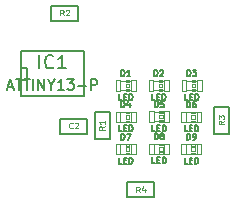
<source format=gto>
G04 ( created by brdgerber.py ( brdgerber.py v0.1 2014-03-12 ) ) date 2015-07-07 22:24:23 EDT*
G04 Gerber Fmt 3.4, Leading zero omitted, Abs format*
%MOIN*%
%FSLAX34Y34*%
G01*
G70*
G90*
G04 APERTURE LIST*
%ADD17C,0.0026*%
%ADD19R,0.0250X0.0450*%
%ADD12C,0.0052*%
%ADD11R,0.1259X0.1259*%
%ADD21R,0.0236X0.0551*%
%ADD22C,0.0060*%
%ADD25C,0.0472*%
%ADD10R,0.1535X0.1535*%
%ADD13C,0.0050*%
%ADD14R,0.0450X0.0250*%
%ADD20C,0.0200*%
%ADD16R,0.0314X0.0314*%
%ADD24C,0.0100*%
%ADD15C,0.0045*%
%ADD23C,0.0080*%
%ADD18C,0.0040*%
G04 APERTURE END LIST*
G54D17*
D13*
G01X05020Y10320D02*
G01X05020Y11220D01*
D13*
G01X05020Y11220D02*
G01X05520Y11220D01*
D13*
G01X05520Y11220D02*
G01X05520Y10320D01*
D13*
G01X05520Y10320D02*
G01X05020Y10320D01*
D15*
G01X05343Y10737D02*
G01X05257Y10670D01*
D15*
G01X05343Y10622D02*
G01X05163Y10622D01*
G01X05163Y10699D01*
G01X05171Y10718D01*
G01X05180Y10727D01*
G01X05197Y10737D01*
G01X05223Y10737D01*
G01X05240Y10727D01*
G01X05249Y10718D01*
G01X05257Y10699D01*
G01X05257Y10622D01*
D15*
G01X05343Y10927D02*
G01X05343Y10813D01*
D15*
G01X05343Y10870D02*
G01X05163Y10870D01*
G01X05189Y10851D01*
G01X05206Y10832D01*
G01X05214Y10813D01*
D17*
G01X06227Y12277D02*
G01X06227Y11923D01*
D17*
G01X06227Y11923D02*
G01X06384Y11923D01*
D17*
G01X06384Y12277D02*
G01X06384Y11923D01*
D17*
G01X06227Y12277D02*
G01X06384Y12277D01*
D17*
G01X05716Y12277D02*
G01X05716Y11923D01*
D17*
G01X05716Y11923D02*
G01X05873Y11923D01*
D17*
G01X05873Y12277D02*
G01X05873Y11923D01*
D17*
G01X05716Y12277D02*
G01X05873Y12277D01*
D17*
G01X06050Y12277D02*
G01X06050Y12218D01*
D17*
G01X06050Y12218D02*
G01X06168Y12218D01*
D17*
G01X06168Y12277D02*
G01X06168Y12218D01*
D17*
G01X06050Y12277D02*
G01X06168Y12277D01*
D17*
G01X06050Y11982D02*
G01X06050Y11923D01*
D17*
G01X06050Y11923D02*
G01X06168Y11923D01*
D17*
G01X06168Y11982D02*
G01X06168Y11923D01*
D17*
G01X06050Y11982D02*
G01X06168Y11982D01*
D17*
G01X06050Y12159D02*
G01X06050Y12041D01*
D17*
G01X06050Y12041D02*
G01X06168Y12041D01*
D17*
G01X06168Y12159D02*
G01X06168Y12041D01*
D17*
G01X06050Y12159D02*
G01X06168Y12159D01*
D18*
G01X06227Y12257D02*
G01X05873Y12257D01*
D18*
G01X06227Y11943D02*
G01X05873Y11943D01*
D13*
G01X05902Y12419D02*
G01X05902Y12619D01*
G01X05950Y12619D01*
G01X05979Y12610D01*
G01X05998Y12590D01*
G01X06007Y12571D01*
G01X06017Y12533D01*
G01X06017Y12505D01*
G01X06007Y12467D01*
G01X05998Y12448D01*
G01X05979Y12429D01*
G01X05950Y12419D01*
G01X05902Y12419D01*
D13*
G01X06207Y12419D02*
G01X06093Y12419D01*
D13*
G01X06150Y12419D02*
G01X06150Y12619D01*
G01X06131Y12590D01*
G01X06112Y12571D01*
G01X06093Y12562D01*
D13*
G01X05921Y11619D02*
G01X05826Y11619D01*
G01X05826Y11819D01*
D13*
G01X05988Y11724D02*
G01X06055Y11724D01*
D13*
G01X06083Y11619D02*
G01X05988Y11619D01*
G01X05988Y11819D01*
G01X06083Y11819D01*
D13*
G01X06169Y11619D02*
G01X06169Y11819D01*
G01X06217Y11819D01*
G01X06245Y11810D01*
G01X06264Y11790D01*
G01X06274Y11771D01*
G01X06283Y11733D01*
G01X06283Y11705D01*
G01X06274Y11667D01*
G01X06264Y11648D01*
G01X06245Y11629D01*
G01X06217Y11619D01*
G01X06169Y11619D01*
D17*
G01X07327Y12277D02*
G01X07327Y11923D01*
D17*
G01X07327Y11923D02*
G01X07484Y11923D01*
D17*
G01X07484Y12277D02*
G01X07484Y11923D01*
D17*
G01X07327Y12277D02*
G01X07484Y12277D01*
D17*
G01X06816Y12277D02*
G01X06816Y11923D01*
D17*
G01X06816Y11923D02*
G01X06973Y11923D01*
D17*
G01X06973Y12277D02*
G01X06973Y11923D01*
D17*
G01X06816Y12277D02*
G01X06973Y12277D01*
D17*
G01X07150Y12277D02*
G01X07150Y12218D01*
D17*
G01X07150Y12218D02*
G01X07268Y12218D01*
D17*
G01X07268Y12277D02*
G01X07268Y12218D01*
D17*
G01X07150Y12277D02*
G01X07268Y12277D01*
D17*
G01X07150Y11982D02*
G01X07150Y11923D01*
D17*
G01X07150Y11923D02*
G01X07268Y11923D01*
D17*
G01X07268Y11982D02*
G01X07268Y11923D01*
D17*
G01X07150Y11982D02*
G01X07268Y11982D01*
D17*
G01X07150Y12159D02*
G01X07150Y12041D01*
D17*
G01X07150Y12041D02*
G01X07268Y12041D01*
D17*
G01X07268Y12159D02*
G01X07268Y12041D01*
D17*
G01X07150Y12159D02*
G01X07268Y12159D01*
D18*
G01X07327Y12257D02*
G01X06973Y12257D01*
D18*
G01X07327Y11943D02*
G01X06973Y11943D01*
D13*
G01X07002Y12419D02*
G01X07002Y12619D01*
G01X07050Y12619D01*
G01X07079Y12610D01*
G01X07098Y12590D01*
G01X07107Y12571D01*
G01X07117Y12533D01*
G01X07117Y12505D01*
G01X07107Y12467D01*
G01X07098Y12448D01*
G01X07079Y12429D01*
G01X07050Y12419D01*
G01X07002Y12419D01*
D13*
G01X07193Y12600D02*
G01X07202Y12610D01*
G01X07221Y12619D01*
G01X07269Y12619D01*
G01X07288Y12610D01*
G01X07298Y12600D01*
G01X07307Y12581D01*
G01X07307Y12562D01*
G01X07298Y12533D01*
G01X07183Y12419D01*
G01X07307Y12419D01*
D13*
G01X07021Y11619D02*
G01X06926Y11619D01*
G01X06926Y11819D01*
D13*
G01X07088Y11724D02*
G01X07155Y11724D01*
D13*
G01X07183Y11619D02*
G01X07088Y11619D01*
G01X07088Y11819D01*
G01X07183Y11819D01*
D13*
G01X07269Y11619D02*
G01X07269Y11819D01*
G01X07317Y11819D01*
G01X07345Y11810D01*
G01X07364Y11790D01*
G01X07374Y11771D01*
G01X07383Y11733D01*
G01X07383Y11705D01*
G01X07374Y11667D01*
G01X07364Y11648D01*
G01X07345Y11629D01*
G01X07317Y11619D01*
G01X07269Y11619D01*
D17*
G01X08427Y12277D02*
G01X08427Y11923D01*
D17*
G01X08427Y11923D02*
G01X08584Y11923D01*
D17*
G01X08584Y12277D02*
G01X08584Y11923D01*
D17*
G01X08427Y12277D02*
G01X08584Y12277D01*
D17*
G01X07916Y12277D02*
G01X07916Y11923D01*
D17*
G01X07916Y11923D02*
G01X08073Y11923D01*
D17*
G01X08073Y12277D02*
G01X08073Y11923D01*
D17*
G01X07916Y12277D02*
G01X08073Y12277D01*
D17*
G01X08250Y12277D02*
G01X08250Y12218D01*
D17*
G01X08250Y12218D02*
G01X08368Y12218D01*
D17*
G01X08368Y12277D02*
G01X08368Y12218D01*
D17*
G01X08250Y12277D02*
G01X08368Y12277D01*
D17*
G01X08250Y11982D02*
G01X08250Y11923D01*
D17*
G01X08250Y11923D02*
G01X08368Y11923D01*
D17*
G01X08368Y11982D02*
G01X08368Y11923D01*
D17*
G01X08250Y11982D02*
G01X08368Y11982D01*
D17*
G01X08250Y12159D02*
G01X08250Y12041D01*
D17*
G01X08250Y12041D02*
G01X08368Y12041D01*
D17*
G01X08368Y12159D02*
G01X08368Y12041D01*
D17*
G01X08250Y12159D02*
G01X08368Y12159D01*
D18*
G01X08427Y12257D02*
G01X08073Y12257D01*
D18*
G01X08427Y11943D02*
G01X08073Y11943D01*
D13*
G01X08102Y12419D02*
G01X08102Y12619D01*
G01X08150Y12619D01*
G01X08179Y12610D01*
G01X08198Y12590D01*
G01X08207Y12571D01*
G01X08217Y12533D01*
G01X08217Y12505D01*
G01X08207Y12467D01*
G01X08198Y12448D01*
G01X08179Y12429D01*
G01X08150Y12419D01*
G01X08102Y12419D01*
D13*
G01X08283Y12619D02*
G01X08407Y12619D01*
G01X08340Y12543D01*
G01X08369Y12543D01*
G01X08388Y12533D01*
G01X08398Y12524D01*
G01X08407Y12505D01*
G01X08407Y12457D01*
G01X08398Y12438D01*
G01X08388Y12429D01*
G01X08369Y12419D01*
G01X08312Y12419D01*
G01X08293Y12429D01*
G01X08283Y12438D01*
D13*
G01X08121Y11619D02*
G01X08026Y11619D01*
G01X08026Y11819D01*
D13*
G01X08188Y11724D02*
G01X08255Y11724D01*
D13*
G01X08283Y11619D02*
G01X08188Y11619D01*
G01X08188Y11819D01*
G01X08283Y11819D01*
D13*
G01X08369Y11619D02*
G01X08369Y11819D01*
G01X08417Y11819D01*
G01X08445Y11810D01*
G01X08464Y11790D01*
G01X08474Y11771D01*
G01X08483Y11733D01*
G01X08483Y11705D01*
G01X08474Y11667D01*
G01X08464Y11648D01*
G01X08445Y11629D01*
G01X08417Y11619D01*
G01X08369Y11619D01*
D17*
G01X06227Y11227D02*
G01X06227Y10873D01*
D17*
G01X06227Y10873D02*
G01X06384Y10873D01*
D17*
G01X06384Y11227D02*
G01X06384Y10873D01*
D17*
G01X06227Y11227D02*
G01X06384Y11227D01*
D17*
G01X05716Y11227D02*
G01X05716Y10873D01*
D17*
G01X05716Y10873D02*
G01X05873Y10873D01*
D17*
G01X05873Y11227D02*
G01X05873Y10873D01*
D17*
G01X05716Y11227D02*
G01X05873Y11227D01*
D17*
G01X06050Y11227D02*
G01X06050Y11168D01*
D17*
G01X06050Y11168D02*
G01X06168Y11168D01*
D17*
G01X06168Y11227D02*
G01X06168Y11168D01*
D17*
G01X06050Y11227D02*
G01X06168Y11227D01*
D17*
G01X06050Y10932D02*
G01X06050Y10873D01*
D17*
G01X06050Y10873D02*
G01X06168Y10873D01*
D17*
G01X06168Y10932D02*
G01X06168Y10873D01*
D17*
G01X06050Y10932D02*
G01X06168Y10932D01*
D17*
G01X06050Y11109D02*
G01X06050Y10991D01*
D17*
G01X06050Y10991D02*
G01X06168Y10991D01*
D17*
G01X06168Y11109D02*
G01X06168Y10991D01*
D17*
G01X06050Y11109D02*
G01X06168Y11109D01*
D18*
G01X06227Y11207D02*
G01X05873Y11207D01*
D18*
G01X06227Y10893D02*
G01X05873Y10893D01*
D13*
G01X05902Y11369D02*
G01X05902Y11569D01*
G01X05950Y11569D01*
G01X05979Y11560D01*
G01X05998Y11540D01*
G01X06007Y11521D01*
G01X06017Y11483D01*
G01X06017Y11455D01*
G01X06007Y11417D01*
G01X05998Y11398D01*
G01X05979Y11379D01*
G01X05950Y11369D01*
G01X05902Y11369D01*
D13*
G01X06188Y11502D02*
G01X06188Y11369D01*
D13*
G01X06140Y11579D02*
G01X06093Y11436D01*
G01X06217Y11436D01*
D13*
G01X05921Y10569D02*
G01X05826Y10569D01*
G01X05826Y10769D01*
D13*
G01X05988Y10674D02*
G01X06055Y10674D01*
D13*
G01X06083Y10569D02*
G01X05988Y10569D01*
G01X05988Y10769D01*
G01X06083Y10769D01*
D13*
G01X06169Y10569D02*
G01X06169Y10769D01*
G01X06217Y10769D01*
G01X06245Y10760D01*
G01X06264Y10740D01*
G01X06274Y10721D01*
G01X06283Y10683D01*
G01X06283Y10655D01*
G01X06274Y10617D01*
G01X06264Y10598D01*
G01X06245Y10579D01*
G01X06217Y10569D01*
G01X06169Y10569D01*
D17*
G01X07337Y11237D02*
G01X07337Y10883D01*
D17*
G01X07337Y10883D02*
G01X07494Y10883D01*
D17*
G01X07494Y11237D02*
G01X07494Y10883D01*
D17*
G01X07337Y11237D02*
G01X07494Y11237D01*
D17*
G01X06826Y11237D02*
G01X06826Y10883D01*
D17*
G01X06826Y10883D02*
G01X06983Y10883D01*
D17*
G01X06983Y11237D02*
G01X06983Y10883D01*
D17*
G01X06826Y11237D02*
G01X06983Y11237D01*
D17*
G01X07160Y11237D02*
G01X07160Y11178D01*
D17*
G01X07160Y11178D02*
G01X07278Y11178D01*
D17*
G01X07278Y11237D02*
G01X07278Y11178D01*
D17*
G01X07160Y11237D02*
G01X07278Y11237D01*
D17*
G01X07160Y10942D02*
G01X07160Y10883D01*
D17*
G01X07160Y10883D02*
G01X07278Y10883D01*
D17*
G01X07278Y10942D02*
G01X07278Y10883D01*
D17*
G01X07160Y10942D02*
G01X07278Y10942D01*
D17*
G01X07160Y11119D02*
G01X07160Y11001D01*
D17*
G01X07160Y11001D02*
G01X07278Y11001D01*
D17*
G01X07278Y11119D02*
G01X07278Y11001D01*
D17*
G01X07160Y11119D02*
G01X07278Y11119D01*
D18*
G01X07337Y11217D02*
G01X06983Y11217D01*
D18*
G01X07337Y10903D02*
G01X06983Y10903D01*
D13*
G01X07012Y11379D02*
G01X07012Y11579D01*
G01X07060Y11579D01*
G01X07089Y11570D01*
G01X07108Y11550D01*
G01X07117Y11531D01*
G01X07127Y11493D01*
G01X07127Y11465D01*
G01X07117Y11427D01*
G01X07108Y11408D01*
G01X07089Y11389D01*
G01X07060Y11379D01*
G01X07012Y11379D01*
D13*
G01X07308Y11579D02*
G01X07212Y11579D01*
G01X07203Y11484D01*
G01X07212Y11493D01*
G01X07231Y11503D01*
G01X07279Y11503D01*
G01X07298Y11493D01*
G01X07308Y11484D01*
G01X07317Y11465D01*
G01X07317Y11417D01*
G01X07308Y11398D01*
G01X07298Y11389D01*
G01X07279Y11379D01*
G01X07231Y11379D01*
G01X07212Y11389D01*
G01X07203Y11398D01*
D13*
G01X07031Y10579D02*
G01X06936Y10579D01*
G01X06936Y10779D01*
D13*
G01X07098Y10684D02*
G01X07165Y10684D01*
D13*
G01X07193Y10579D02*
G01X07098Y10579D01*
G01X07098Y10779D01*
G01X07193Y10779D01*
D13*
G01X07279Y10579D02*
G01X07279Y10779D01*
G01X07327Y10779D01*
G01X07355Y10770D01*
G01X07374Y10750D01*
G01X07384Y10731D01*
G01X07393Y10693D01*
G01X07393Y10665D01*
G01X07384Y10627D01*
G01X07374Y10608D01*
G01X07355Y10589D01*
G01X07327Y10579D01*
G01X07279Y10579D01*
D17*
G01X08417Y11227D02*
G01X08417Y10873D01*
D17*
G01X08417Y10873D02*
G01X08574Y10873D01*
D17*
G01X08574Y11227D02*
G01X08574Y10873D01*
D17*
G01X08417Y11227D02*
G01X08574Y11227D01*
D17*
G01X07906Y11227D02*
G01X07906Y10873D01*
D17*
G01X07906Y10873D02*
G01X08063Y10873D01*
D17*
G01X08063Y11227D02*
G01X08063Y10873D01*
D17*
G01X07906Y11227D02*
G01X08063Y11227D01*
D17*
G01X08240Y11227D02*
G01X08240Y11168D01*
D17*
G01X08240Y11168D02*
G01X08358Y11168D01*
D17*
G01X08358Y11227D02*
G01X08358Y11168D01*
D17*
G01X08240Y11227D02*
G01X08358Y11227D01*
D17*
G01X08240Y10932D02*
G01X08240Y10873D01*
D17*
G01X08240Y10873D02*
G01X08358Y10873D01*
D17*
G01X08358Y10932D02*
G01X08358Y10873D01*
D17*
G01X08240Y10932D02*
G01X08358Y10932D01*
D17*
G01X08240Y11109D02*
G01X08240Y10991D01*
D17*
G01X08240Y10991D02*
G01X08358Y10991D01*
D17*
G01X08358Y11109D02*
G01X08358Y10991D01*
D17*
G01X08240Y11109D02*
G01X08358Y11109D01*
D18*
G01X08417Y11207D02*
G01X08063Y11207D01*
D18*
G01X08417Y10893D02*
G01X08063Y10893D01*
D13*
G01X08092Y11369D02*
G01X08092Y11569D01*
G01X08140Y11569D01*
G01X08169Y11560D01*
G01X08188Y11540D01*
G01X08197Y11521D01*
G01X08207Y11483D01*
G01X08207Y11455D01*
G01X08197Y11417D01*
G01X08188Y11398D01*
G01X08169Y11379D01*
G01X08140Y11369D01*
G01X08092Y11369D01*
D13*
G01X08378Y11569D02*
G01X08340Y11569D01*
G01X08321Y11560D01*
G01X08311Y11550D01*
G01X08292Y11521D01*
G01X08283Y11483D01*
G01X08283Y11407D01*
G01X08292Y11388D01*
G01X08302Y11379D01*
G01X08321Y11369D01*
G01X08359Y11369D01*
G01X08378Y11379D01*
G01X08388Y11388D01*
G01X08397Y11407D01*
G01X08397Y11455D01*
G01X08388Y11474D01*
G01X08378Y11483D01*
G01X08359Y11493D01*
G01X08321Y11493D01*
G01X08302Y11483D01*
G01X08292Y11474D01*
G01X08283Y11455D01*
D13*
G01X08111Y10569D02*
G01X08016Y10569D01*
G01X08016Y10769D01*
D13*
G01X08178Y10674D02*
G01X08245Y10674D01*
D13*
G01X08273Y10569D02*
G01X08178Y10569D01*
G01X08178Y10769D01*
G01X08273Y10769D01*
D13*
G01X08359Y10569D02*
G01X08359Y10769D01*
G01X08407Y10769D01*
G01X08435Y10760D01*
G01X08454Y10740D01*
G01X08464Y10721D01*
G01X08473Y10683D01*
G01X08473Y10655D01*
G01X08464Y10617D01*
G01X08454Y10598D01*
G01X08435Y10579D01*
G01X08407Y10569D01*
G01X08359Y10569D01*
D13*
G01X04460Y14260D02*
G01X03560Y14260D01*
D13*
G01X03560Y14260D02*
G01X03560Y14760D01*
D13*
G01X03560Y14760D02*
G01X04460Y14760D01*
D13*
G01X04460Y14760D02*
G01X04460Y14260D01*
D15*
G01X03977Y14437D02*
G01X03910Y14523D01*
D15*
G01X03862Y14437D02*
G01X03862Y14617D01*
G01X03939Y14617D01*
G01X03958Y14609D01*
G01X03967Y14600D01*
G01X03977Y14583D01*
G01X03977Y14557D01*
G01X03967Y14540D01*
G01X03958Y14531D01*
G01X03939Y14523D01*
G01X03862Y14523D01*
D15*
G01X04053Y14600D02*
G01X04062Y14609D01*
G01X04081Y14617D01*
G01X04129Y14617D01*
G01X04148Y14609D01*
G01X04158Y14600D01*
G01X04167Y14583D01*
G01X04167Y14566D01*
G01X04158Y14540D01*
G01X04043Y14437D01*
G01X04167Y14437D01*
D17*
G01X06227Y10157D02*
G01X06227Y09803D01*
D17*
G01X06227Y09803D02*
G01X06384Y09803D01*
D17*
G01X06384Y10157D02*
G01X06384Y09803D01*
D17*
G01X06227Y10157D02*
G01X06384Y10157D01*
D17*
G01X05716Y10157D02*
G01X05716Y09803D01*
D17*
G01X05716Y09803D02*
G01X05873Y09803D01*
D17*
G01X05873Y10157D02*
G01X05873Y09803D01*
D17*
G01X05716Y10157D02*
G01X05873Y10157D01*
D17*
G01X06050Y10157D02*
G01X06050Y10098D01*
D17*
G01X06050Y10098D02*
G01X06168Y10098D01*
D17*
G01X06168Y10157D02*
G01X06168Y10098D01*
D17*
G01X06050Y10157D02*
G01X06168Y10157D01*
D17*
G01X06050Y09862D02*
G01X06050Y09803D01*
D17*
G01X06050Y09803D02*
G01X06168Y09803D01*
D17*
G01X06168Y09862D02*
G01X06168Y09803D01*
D17*
G01X06050Y09862D02*
G01X06168Y09862D01*
D17*
G01X06050Y10039D02*
G01X06050Y09921D01*
D17*
G01X06050Y09921D02*
G01X06168Y09921D01*
D17*
G01X06168Y10039D02*
G01X06168Y09921D01*
D17*
G01X06050Y10039D02*
G01X06168Y10039D01*
D18*
G01X06227Y10137D02*
G01X05873Y10137D01*
D18*
G01X06227Y09823D02*
G01X05873Y09823D01*
D13*
G01X05902Y10299D02*
G01X05902Y10499D01*
G01X05950Y10499D01*
G01X05979Y10490D01*
G01X05998Y10470D01*
G01X06007Y10451D01*
G01X06017Y10413D01*
G01X06017Y10385D01*
G01X06007Y10347D01*
G01X05998Y10328D01*
G01X05979Y10309D01*
G01X05950Y10299D01*
G01X05902Y10299D01*
D13*
G01X06083Y10499D02*
G01X06217Y10499D01*
G01X06131Y10299D01*
D13*
G01X05921Y09499D02*
G01X05826Y09499D01*
G01X05826Y09699D01*
D13*
G01X05988Y09604D02*
G01X06055Y09604D01*
D13*
G01X06083Y09499D02*
G01X05988Y09499D01*
G01X05988Y09699D01*
G01X06083Y09699D01*
D13*
G01X06169Y09499D02*
G01X06169Y09699D01*
G01X06217Y09699D01*
G01X06245Y09690D01*
G01X06264Y09670D01*
G01X06274Y09651D01*
G01X06283Y09613D01*
G01X06283Y09585D01*
G01X06274Y09547D01*
G01X06264Y09528D01*
G01X06245Y09509D01*
G01X06217Y09499D01*
G01X06169Y09499D01*
D17*
G01X07337Y10167D02*
G01X07337Y09813D01*
D17*
G01X07337Y09813D02*
G01X07494Y09813D01*
D17*
G01X07494Y10167D02*
G01X07494Y09813D01*
D17*
G01X07337Y10167D02*
G01X07494Y10167D01*
D17*
G01X06826Y10167D02*
G01X06826Y09813D01*
D17*
G01X06826Y09813D02*
G01X06983Y09813D01*
D17*
G01X06983Y10167D02*
G01X06983Y09813D01*
D17*
G01X06826Y10167D02*
G01X06983Y10167D01*
D17*
G01X07160Y10167D02*
G01X07160Y10108D01*
D17*
G01X07160Y10108D02*
G01X07278Y10108D01*
D17*
G01X07278Y10167D02*
G01X07278Y10108D01*
D17*
G01X07160Y10167D02*
G01X07278Y10167D01*
D17*
G01X07160Y09872D02*
G01X07160Y09813D01*
D17*
G01X07160Y09813D02*
G01X07278Y09813D01*
D17*
G01X07278Y09872D02*
G01X07278Y09813D01*
D17*
G01X07160Y09872D02*
G01X07278Y09872D01*
D17*
G01X07160Y10049D02*
G01X07160Y09931D01*
D17*
G01X07160Y09931D02*
G01X07278Y09931D01*
D17*
G01X07278Y10049D02*
G01X07278Y09931D01*
D17*
G01X07160Y10049D02*
G01X07278Y10049D01*
D18*
G01X07337Y10147D02*
G01X06983Y10147D01*
D18*
G01X07337Y09833D02*
G01X06983Y09833D01*
D13*
G01X07012Y10309D02*
G01X07012Y10509D01*
G01X07060Y10509D01*
G01X07089Y10500D01*
G01X07108Y10480D01*
G01X07117Y10461D01*
G01X07127Y10423D01*
G01X07127Y10395D01*
G01X07117Y10357D01*
G01X07108Y10338D01*
G01X07089Y10319D01*
G01X07060Y10309D01*
G01X07012Y10309D01*
D13*
G01X07241Y10423D02*
G01X07222Y10433D01*
G01X07212Y10442D01*
G01X07203Y10461D01*
G01X07203Y10471D01*
G01X07212Y10490D01*
G01X07222Y10500D01*
G01X07241Y10509D01*
G01X07279Y10509D01*
G01X07298Y10500D01*
G01X07308Y10490D01*
G01X07317Y10471D01*
G01X07317Y10461D01*
G01X07308Y10442D01*
G01X07298Y10433D01*
G01X07279Y10423D01*
G01X07241Y10423D01*
G01X07222Y10414D01*
G01X07212Y10404D01*
G01X07203Y10385D01*
G01X07203Y10347D01*
G01X07212Y10328D01*
G01X07222Y10319D01*
G01X07241Y10309D01*
G01X07279Y10309D01*
G01X07298Y10319D01*
G01X07308Y10328D01*
G01X07317Y10347D01*
G01X07317Y10385D01*
G01X07308Y10404D01*
G01X07298Y10414D01*
G01X07279Y10423D01*
D13*
G01X07031Y09509D02*
G01X06936Y09509D01*
G01X06936Y09709D01*
D13*
G01X07098Y09614D02*
G01X07165Y09614D01*
D13*
G01X07193Y09509D02*
G01X07098Y09509D01*
G01X07098Y09709D01*
G01X07193Y09709D01*
D13*
G01X07279Y09509D02*
G01X07279Y09709D01*
G01X07327Y09709D01*
G01X07355Y09700D01*
G01X07374Y09680D01*
G01X07384Y09661D01*
G01X07393Y09623D01*
G01X07393Y09595D01*
G01X07384Y09557D01*
G01X07374Y09538D01*
G01X07355Y09519D01*
G01X07327Y09509D01*
G01X07279Y09509D01*
D17*
G01X08417Y10157D02*
G01X08417Y09803D01*
D17*
G01X08417Y09803D02*
G01X08574Y09803D01*
D17*
G01X08574Y10157D02*
G01X08574Y09803D01*
D17*
G01X08417Y10157D02*
G01X08574Y10157D01*
D17*
G01X07906Y10157D02*
G01X07906Y09803D01*
D17*
G01X07906Y09803D02*
G01X08063Y09803D01*
D17*
G01X08063Y10157D02*
G01X08063Y09803D01*
D17*
G01X07906Y10157D02*
G01X08063Y10157D01*
D17*
G01X08240Y10157D02*
G01X08240Y10098D01*
D17*
G01X08240Y10098D02*
G01X08358Y10098D01*
D17*
G01X08358Y10157D02*
G01X08358Y10098D01*
D17*
G01X08240Y10157D02*
G01X08358Y10157D01*
D17*
G01X08240Y09862D02*
G01X08240Y09803D01*
D17*
G01X08240Y09803D02*
G01X08358Y09803D01*
D17*
G01X08358Y09862D02*
G01X08358Y09803D01*
D17*
G01X08240Y09862D02*
G01X08358Y09862D01*
D17*
G01X08240Y10039D02*
G01X08240Y09921D01*
D17*
G01X08240Y09921D02*
G01X08358Y09921D01*
D17*
G01X08358Y10039D02*
G01X08358Y09921D01*
D17*
G01X08240Y10039D02*
G01X08358Y10039D01*
D18*
G01X08417Y10137D02*
G01X08063Y10137D01*
D18*
G01X08417Y09823D02*
G01X08063Y09823D01*
D13*
G01X08092Y10299D02*
G01X08092Y10499D01*
G01X08140Y10499D01*
G01X08169Y10490D01*
G01X08188Y10470D01*
G01X08197Y10451D01*
G01X08207Y10413D01*
G01X08207Y10385D01*
G01X08197Y10347D01*
G01X08188Y10328D01*
G01X08169Y10309D01*
G01X08140Y10299D01*
G01X08092Y10299D01*
D13*
G01X08302Y10299D02*
G01X08340Y10299D01*
G01X08359Y10309D01*
G01X08369Y10318D01*
G01X08388Y10347D01*
G01X08397Y10385D01*
G01X08397Y10461D01*
G01X08388Y10480D01*
G01X08378Y10490D01*
G01X08359Y10499D01*
G01X08321Y10499D01*
G01X08302Y10490D01*
G01X08292Y10480D01*
G01X08283Y10461D01*
G01X08283Y10413D01*
G01X08292Y10394D01*
G01X08302Y10385D01*
G01X08321Y10375D01*
G01X08359Y10375D01*
G01X08378Y10385D01*
G01X08388Y10394D01*
G01X08397Y10413D01*
D13*
G01X08111Y09499D02*
G01X08016Y09499D01*
G01X08016Y09699D01*
D13*
G01X08178Y09604D02*
G01X08245Y09604D01*
D13*
G01X08273Y09499D02*
G01X08178Y09499D01*
G01X08178Y09699D01*
G01X08273Y09699D01*
D13*
G01X08359Y09499D02*
G01X08359Y09699D01*
G01X08407Y09699D01*
G01X08435Y09690D01*
G01X08454Y09670D01*
G01X08464Y09651D01*
G01X08473Y09613D01*
G01X08473Y09585D01*
G01X08464Y09547D01*
G01X08454Y09528D01*
G01X08435Y09509D01*
G01X08407Y09499D01*
G01X08359Y09499D01*
D13*
G01X09500Y11400D02*
G01X09500Y10500D01*
D13*
G01X09500Y10500D02*
G01X09000Y10500D01*
D13*
G01X09000Y10500D02*
G01X09000Y11400D01*
D13*
G01X09000Y11400D02*
G01X09500Y11400D01*
D15*
G01X09323Y10917D02*
G01X09237Y10850D01*
D15*
G01X09323Y10802D02*
G01X09143Y10802D01*
G01X09143Y10879D01*
G01X09151Y10898D01*
G01X09160Y10907D01*
G01X09177Y10917D01*
G01X09203Y10917D01*
G01X09220Y10907D01*
G01X09229Y10898D01*
G01X09237Y10879D01*
G01X09237Y10802D01*
D15*
G01X09143Y10983D02*
G01X09143Y11107D01*
G01X09211Y11040D01*
G01X09211Y11069D01*
G01X09220Y11088D01*
G01X09229Y11098D01*
G01X09246Y11107D01*
G01X09289Y11107D01*
G01X09306Y11098D01*
G01X09314Y11088D01*
G01X09323Y11069D01*
G01X09323Y11012D01*
G01X09314Y10993D01*
G01X09306Y10983D01*
D13*
G01X07000Y08370D02*
G01X06100Y08370D01*
D13*
G01X06100Y08370D02*
G01X06100Y08870D01*
D13*
G01X06100Y08870D02*
G01X07000Y08870D01*
D13*
G01X07000Y08870D02*
G01X07000Y08370D01*
D15*
G01X06517Y08547D02*
G01X06450Y08633D01*
D15*
G01X06402Y08547D02*
G01X06402Y08727D01*
G01X06479Y08727D01*
G01X06498Y08719D01*
G01X06507Y08710D01*
G01X06517Y08693D01*
G01X06517Y08667D01*
G01X06507Y08650D01*
G01X06498Y08641D01*
G01X06479Y08633D01*
G01X06402Y08633D01*
D15*
G01X06688Y08667D02*
G01X06688Y08547D01*
D15*
G01X06640Y08736D02*
G01X06593Y08607D01*
G01X06717Y08607D01*
D13*
G01X02550Y11800D02*
G01X02550Y11750D01*
D13*
G01X02550Y11750D02*
G01X04650Y11750D01*
D13*
G01X04650Y13250D02*
G01X02550Y13250D01*
D13*
G01X02550Y13250D02*
G01X02550Y11800D01*
D13*
G01X02550Y12700D02*
G01X02750Y12700D01*
D13*
G01X02750Y12700D02*
G01X02750Y12300D01*
D13*
G01X02750Y12300D02*
G01X02550Y12300D01*
D13*
G01X04650Y13250D02*
G01X04650Y11750D01*
D22*
G01X03161Y12668D02*
G01X03161Y13118D01*
D22*
G01X03632Y12711D02*
G01X03611Y12689D01*
G01X03546Y12668D01*
G01X03504Y12668D01*
G01X03439Y12689D01*
G01X03396Y12732D01*
G01X03375Y12775D01*
G01X03354Y12861D01*
G01X03354Y12925D01*
G01X03375Y13011D01*
G01X03396Y13054D01*
G01X03439Y13096D01*
G01X03504Y13118D01*
G01X03546Y13118D01*
G01X03611Y13096D01*
G01X03632Y13075D01*
D22*
G01X04061Y12668D02*
G01X03804Y12668D01*
D22*
G01X03932Y12668D02*
G01X03932Y13118D01*
G01X03889Y13054D01*
G01X03846Y13011D01*
G01X03804Y12989D01*
D22*
G01X02108Y12058D02*
G01X02275Y12058D01*
D22*
G01X02075Y11958D02*
G01X02192Y12308D01*
G01X02308Y11958D01*
D22*
G01X02375Y12308D02*
G01X02575Y12308D01*
D22*
G01X02475Y11958D02*
G01X02475Y12308D01*
D22*
G01X02642Y12308D02*
G01X02842Y12308D01*
D22*
G01X02742Y11958D02*
G01X02742Y12308D01*
D22*
G01X02958Y11958D02*
G01X02958Y12308D01*
D22*
G01X03125Y11958D02*
G01X03125Y12308D01*
G01X03325Y11958D01*
G01X03325Y12308D01*
D22*
G01X03558Y12125D02*
G01X03558Y11958D01*
D22*
G01X03442Y12308D02*
G01X03558Y12125D01*
G01X03675Y12308D01*
D22*
G01X03975Y11958D02*
G01X03775Y11958D01*
D22*
G01X03875Y11958D02*
G01X03875Y12308D01*
G01X03842Y12258D01*
G01X03808Y12225D01*
G01X03775Y12208D01*
D22*
G01X04092Y12308D02*
G01X04308Y12308D01*
G01X04192Y12175D01*
G01X04242Y12175D01*
G01X04275Y12158D01*
G01X04292Y12142D01*
G01X04308Y12108D01*
G01X04308Y12025D01*
G01X04292Y11992D01*
G01X04275Y11975D01*
G01X04242Y11958D01*
G01X04142Y11958D01*
G01X04108Y11975D01*
G01X04092Y11992D01*
D22*
G01X04458Y12092D02*
G01X04725Y12092D01*
D22*
G01X04892Y11958D02*
G01X04892Y12308D01*
G01X05025Y12308D01*
G01X05058Y12292D01*
G01X05075Y12275D01*
G01X05092Y12242D01*
G01X05092Y12192D01*
G01X05075Y12158D01*
G01X05058Y12142D01*
G01X05025Y12125D01*
G01X04892Y12125D01*
D13*
G01X03860Y11000D02*
G01X04760Y11000D01*
D13*
G01X04760Y11000D02*
G01X04760Y10500D01*
D13*
G01X04760Y10500D02*
G01X03860Y10500D01*
D13*
G01X03860Y10500D02*
G01X03860Y11000D01*
D15*
G01X04277Y10694D02*
G01X04267Y10686D01*
G01X04239Y10677D01*
G01X04220Y10677D01*
G01X04191Y10686D01*
G01X04172Y10703D01*
G01X04162Y10720D01*
G01X04153Y10754D01*
G01X04153Y10780D01*
G01X04162Y10814D01*
G01X04172Y10831D01*
G01X04191Y10849D01*
G01X04220Y10857D01*
G01X04239Y10857D01*
G01X04267Y10849D01*
G01X04277Y10840D01*
D15*
G01X04353Y10840D02*
G01X04362Y10849D01*
G01X04381Y10857D01*
G01X04429Y10857D01*
G01X04448Y10849D01*
G01X04458Y10840D01*
G01X04467Y10823D01*
G01X04467Y10806D01*
G01X04458Y10780D01*
G01X04343Y10677D01*
G01X04467Y10677D01*
M02*

</source>
